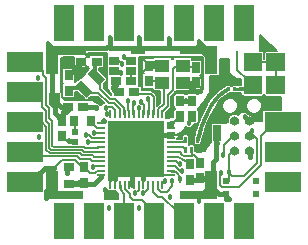
<source format=gtl>
G04 DipTrace 2.4.0.2*
%IN3dBBLE.gtl*%
%MOMM*%
%ADD10C,0.25*%
%ADD13C,0.203*%
%ADD14C,0.381*%
%ADD15C,0.457*%
%ADD16C,0.305*%
%ADD17C,0.334*%
%ADD18C,0.127*%
%ADD19C,0.152*%
%ADD20C,0.178*%
%ADD23R,0.7X0.9*%
%ADD24R,0.9X0.7*%
%ADD25R,0.3X0.25*%
%ADD27R,0.85X0.65*%
%ADD28R,0.9X0.75*%
%ADD29R,1.7X1.6*%
%ADD31R,1.7X2.032*%
%ADD33R,1.6X1.7*%
%ADD34R,2.0X1.7*%
%ADD35R,1.7X2.0*%
%ADD36R,2.032X1.7*%
%ADD37R,0.75X0.9*%
%ADD38R,0.62X0.49*%
%ADD39R,0.56X0.57*%
%ADD40R,3.13X0.75*%
%ADD41R,1.0X2.4*%
%ADD48R,4.7X4.7*%
%ADD49C,0.711*%
%ADD51O,0.75X0.2*%
%ADD52O,0.2X0.75*%
%ADD55R,1.2X1.1*%
%ADD56R,0.762X1.397*%
%ADD57R,1.143X0.762*%
%FSLAX53Y53*%
G04*
G71*
G90*
G75*
G01*
%LNTop*%
%LPD*%
X22895Y18795D2*
D13*
Y18395D1*
X14206Y17338D2*
D14*
X14609D1*
X14697Y17250D1*
X22649Y18597D2*
X22895D1*
Y18795D1*
D13*
X23013D1*
X23611Y19393D1*
X14697Y17250D2*
X14294D1*
X14206Y17338D1*
X14024D1*
X13624Y17738D1*
X18920Y19570D2*
X18858D1*
Y20142D1*
X18156Y20844D1*
X17707D1*
X16854Y21697D1*
Y22771D1*
X16516D1*
D16*
X16429D1*
Y23874D1*
X16572Y24017D1*
X14196Y21574D2*
Y21809D1*
X15554D1*
X15455Y21710D1*
D13*
Y21508D1*
X15618Y21671D1*
X15770D1*
Y21374D1*
X16704D1*
X17566Y20513D1*
X18012D1*
X18499Y20026D1*
Y19591D1*
X18520Y19570D1*
X27716Y21710D2*
D17*
G03X26320Y20402I1530J-3034D01*
G01*
X25896Y19574D1*
G03X25152Y17426I6653J-3507D01*
G01*
D10*
X25091Y17407D1*
X22895Y16795D2*
D13*
X23854D1*
X24091Y16557D1*
X22895Y17195D2*
X23879D1*
X24091Y17407D1*
X29770Y22040D2*
X29410D1*
Y22577D1*
X29252D1*
X28470Y23359D1*
Y24889D1*
X28266Y21710D2*
D10*
X28793Y21737D1*
X28542D1*
X28266Y21710D2*
X28705D1*
D17*
X29439D1*
X29770Y22040D1*
X20120Y19570D2*
D18*
Y20023D1*
X20119Y20024D1*
Y20064D1*
X19496Y24121D2*
X19208D1*
X18914Y24415D1*
X16945Y18395D2*
D13*
X16599D1*
X16332Y18662D1*
Y19027D1*
X16059D1*
X14659D2*
Y18838D1*
X14697Y18801D1*
Y18110D1*
X21320Y19570D2*
X21385D1*
Y21049D1*
X21142Y21291D1*
X19743D1*
Y21430D1*
X22895Y15995D2*
D19*
X23388D1*
G03X23902Y15736I648J646D01*
G01*
X24403Y15559D1*
X24467Y15335D1*
X19720Y19570D2*
D20*
X19644D1*
Y20012D1*
X19663Y19992D1*
Y20529D1*
X19762D1*
X18046Y24121D2*
D13*
X18454D1*
X18709Y23866D1*
X19720Y13620D2*
X19523D1*
X19320D1*
X19523D2*
D14*
Y16203D1*
X21824Y18505D1*
X20520Y13620D2*
D13*
Y14085D1*
D14*
Y18505D1*
X21824D1*
X17720Y13620D2*
D13*
Y14085D1*
D14*
Y14401D1*
X21824Y18505D1*
X18120Y14795D2*
X21824Y18505D1*
X22895Y17595D2*
D13*
Y17801D1*
Y17831D1*
Y17995D1*
Y17831D2*
D14*
X21150D1*
X21824Y18505D1*
X20956Y23680D2*
X22117D1*
X22134Y23662D1*
X24960Y22246D2*
X23835Y22262D1*
X29502Y19014D2*
X29430D1*
X29109Y19336D1*
X24591Y17407D2*
D10*
Y17796D1*
D14*
X24588Y17800D1*
X25091Y16557D2*
D10*
X25274D1*
D14*
X25352Y16635D1*
X25205Y25708D2*
Y25208D1*
X26244Y24168D1*
X10000Y13810D2*
X11270D1*
X15523Y15070D2*
Y14928D1*
D13*
X14746Y15705D1*
X13596D1*
X12957Y15065D1*
D14*
X12194D1*
X11270Y14141D1*
Y13810D1*
X17908Y21790D2*
X18120Y21579D1*
X18295D1*
X18443Y21430D1*
X16945Y14795D2*
D13*
X16600D1*
X16446Y14641D1*
X15968D1*
X15645Y14964D1*
Y15188D1*
X15526Y15070D1*
X15523D1*
X22895Y17801D2*
X23357D1*
X23506Y17950D1*
X24437D1*
X24588Y17800D1*
X26426Y15222D2*
D14*
Y13306D1*
X26929Y12803D1*
X27506D1*
X15386Y24820D2*
Y25148D1*
X17340D1*
X17665Y25474D1*
Y26046D1*
X20956Y23680D2*
X21115Y23839D1*
X21402D1*
X24960Y22246D2*
Y22108D1*
X24544Y21691D1*
X17856Y12733D2*
X17674D1*
X17250Y13156D1*
X18120Y13620D2*
D13*
Y14085D1*
D14*
Y14801D1*
X26426Y15222D2*
Y15523D1*
X26692Y15789D1*
Y17154D1*
Y17909D1*
X26745Y17962D1*
X17665Y26046D2*
Y25161D1*
X20160D1*
X20020Y25022D1*
X26717Y17154D2*
X26692D1*
X12281Y12524D2*
Y13065D1*
X12784Y13568D1*
X12463Y25513D2*
Y24489D1*
X12784Y24168D1*
X13850Y24993D2*
X15213D1*
X15386Y24820D1*
X25205Y25708D2*
Y25019D1*
X25178Y24993D1*
X13850Y12743D2*
X12500D1*
X12281Y12524D1*
X25178Y12743D2*
X25419D1*
X26244Y13568D1*
Y13306D1*
X26426D1*
X26244Y24168D2*
Y24375D1*
X25205Y25415D1*
Y25708D1*
X27330Y23846D2*
Y22745D1*
X26930Y22345D1*
X26745D1*
X26526Y22126D1*
X26244Y24168D2*
Y24323D1*
X25205Y25363D1*
Y25708D1*
X20020Y25022D2*
Y25264D1*
X20174Y25418D1*
Y26031D1*
X26244Y24168D2*
Y24668D1*
X25205Y25708D1*
X20174Y26031D2*
Y25154D1*
X22709D1*
Y25980D1*
Y25154D2*
X24999D1*
X25205Y25360D1*
X27778Y12398D2*
X27506D1*
Y12803D1*
Y12670D1*
X27778Y12398D1*
X24467Y14035D2*
X25213D1*
X25329Y14151D1*
X25662D1*
X26244Y13568D1*
X25178Y24993D2*
X25419D1*
X26244Y24168D1*
Y24058D1*
X26505Y23797D1*
X23611Y20693D2*
X24085D1*
X24644D1*
X24645Y20692D1*
X24117Y20717D2*
X24085Y20693D1*
X25234Y12216D2*
D13*
Y12688D1*
X25178Y12743D1*
X19541Y16208D2*
D14*
Y16216D1*
X19920Y16595D1*
X22895Y14395D2*
D13*
X22120D1*
X19920Y16595D1*
X12996Y20731D2*
D14*
X13533Y20194D1*
X14098D1*
Y19948D1*
X13624Y19474D1*
Y19038D1*
X12996Y20731D2*
Y19666D1*
X13624Y19038D1*
X18161Y22349D2*
Y22043D1*
X17908Y21790D1*
X14098Y20194D2*
Y20046D1*
X13730Y19677D1*
X15272Y24017D2*
Y23890D1*
X14771Y23390D1*
X14712D1*
X14196Y22874D1*
X15386Y24820D2*
X13156D1*
X12463Y25513D1*
X12784Y24168D2*
Y20942D1*
X12996Y20731D1*
X19496Y23271D2*
D13*
Y22385D1*
X19461Y22349D1*
X29770Y23980D2*
X31710D1*
Y22040D1*
X16945Y17595D2*
Y17538D1*
X16168D1*
X15887Y17819D1*
Y17828D1*
X15687D1*
X16350Y26510D2*
Y27780D1*
X16945Y17195D2*
D18*
X15792D1*
Y17236D1*
X13810Y26510D2*
Y27780D1*
X16945Y16795D2*
X16650D1*
X16687Y16757D1*
X15593D1*
X15555Y16795D1*
X12920D1*
X12794Y16921D1*
Y18964D1*
X12537Y19220D1*
Y20070D1*
X12264Y20344D1*
Y22661D1*
X12003Y22922D1*
Y23237D1*
X11270Y23970D1*
X10000D2*
X11270D1*
X16945Y16395D2*
X16566D1*
X16545Y16416D1*
X15462D1*
X15356Y16521D1*
X12735D1*
X12529Y16728D1*
Y18753D1*
X12270Y19011D1*
Y19864D1*
X11964Y20171D1*
Y21430D1*
X11270D1*
X10000D2*
X11270D1*
X16945Y15995D2*
X16301D1*
X16212Y16084D1*
X15311D1*
X15131Y16265D1*
X12578D1*
X12270Y16572D1*
Y18535D1*
X11915Y18890D1*
X11270D1*
X10000D2*
X11270D1*
X10000Y16350D2*
X11270D1*
X16945Y15595D2*
X16152D1*
X15994Y15753D1*
X15171D1*
X14922Y16001D1*
X10921D1*
X11270Y16350D1*
X16945Y15195D2*
D13*
X16244D1*
Y15119D1*
X16350Y10000D2*
Y11270D1*
X18520Y13620D2*
X18589D1*
Y13137D1*
X18912Y12814D1*
Y11292D1*
X18890Y11270D1*
X18920Y13620D2*
Y13280D1*
X19351Y12849D1*
Y12571D1*
X19612Y12310D1*
X20390D1*
X21430Y11270D1*
X20120Y13620D2*
Y13189D1*
X19820Y12890D1*
X20920Y13620D2*
Y13279D1*
X20529Y12888D1*
X20487D1*
X21320Y13620D2*
Y13032D1*
X21757Y12595D1*
X22104D1*
X23429Y11270D1*
X23970D1*
X32860Y13810D2*
X31590D1*
X22895Y14795D2*
D18*
X22977Y14712D1*
X23282Y14682D1*
G02X23550Y14168I-329J-498D01*
G01*
X23581Y13876D1*
Y14123D1*
X32860Y16350D2*
D13*
X31590D1*
X22895Y15195D2*
D19*
X23193D1*
D18*
X23594Y14794D1*
X23725D1*
D19*
X23772D1*
Y14795D1*
X27103Y14601D2*
D13*
X26986Y14484D1*
Y13591D1*
X27158Y13419D1*
X28587D1*
X30457Y15289D1*
Y17757D1*
X31590Y18890D1*
X32860D2*
X31590D1*
X22895Y15595D2*
D19*
X23312D1*
X23423Y15484D1*
X23498D1*
D13*
X23622Y15361D1*
X29050Y26510D2*
D18*
Y27780D1*
X20920Y19570D2*
X20986D1*
Y20034D1*
X21035Y20083D1*
Y20831D1*
X20921D1*
X26510Y26510D2*
Y27780D1*
X20520Y19570D2*
X20599D1*
Y20340D1*
X20440Y20499D1*
Y20532D1*
X20338Y20634D1*
X18120Y19570D2*
D13*
X18094D1*
Y19955D1*
X17872Y20177D1*
X17361D1*
X17312Y20127D1*
X23970Y26510D2*
Y27780D1*
X17720Y19570D2*
D18*
X17460Y19558D1*
X21430Y26510D2*
Y27780D1*
X18890Y26510D2*
Y27780D1*
X16945Y17995D2*
X16353Y18004D1*
X19320Y19570D2*
Y19885D1*
X19240Y19965D1*
Y20685D1*
X19190Y20736D1*
X18046Y23271D2*
X18452D1*
X18629Y23094D1*
X22120Y13620D2*
D13*
Y13645D1*
X22375Y13900D1*
X28232Y17744D2*
X28107D1*
X27322Y16959D1*
Y16109D1*
X27252D1*
X24362Y18820D2*
Y19110D1*
X24645Y19392D1*
X21720Y13620D2*
Y13274D1*
X21978Y13015D1*
X22499D1*
X22982Y13499D1*
Y13933D1*
X28232Y16474D2*
X28105D1*
X27773Y16142D1*
Y14726D1*
X27728Y14680D1*
X29502Y17744D2*
Y17966D1*
X29704Y18168D1*
X27728Y14680D2*
X28058Y14350D1*
X29034D1*
X30124Y15441D1*
Y17476D1*
X29704Y17896D1*
Y18168D1*
X27506Y13963D2*
X27728D1*
Y14680D1*
X14197Y15095D2*
D14*
X14069Y14967D1*
Y14590D1*
X29502Y16474D2*
Y16053D1*
X29569Y15986D1*
X17199Y19024D2*
X17137D1*
D13*
X16945Y18832D1*
Y18795D1*
X15024Y13793D2*
D14*
X15047Y13770D1*
X15523D1*
X16945Y14395D2*
D13*
Y14265D1*
D14*
X16354Y13674D1*
X14218D1*
D13*
X14197Y13695D1*
X15024Y13793D2*
D14*
X14705D1*
X14634Y13722D1*
X14223D1*
X14197Y13695D1*
X15398Y20194D2*
X16464D1*
X16543Y20114D1*
X22895Y16395D2*
D13*
X23669D1*
G03X23994Y16042I306J-45D01*
G01*
X24587Y16064D1*
X24613D1*
X24591Y16557D1*
X24587Y16064D2*
Y16110D1*
X24816D1*
X25227Y15698D1*
Y15451D1*
X25329D1*
X24960Y23546D2*
X23951D1*
X23835Y23662D1*
X22120Y19570D2*
Y19789D1*
X22579Y20248D1*
Y21221D1*
X22989Y21631D1*
Y23411D1*
X23240Y23662D1*
X23835D1*
X20956Y22380D2*
X22017D1*
X22134Y22262D1*
X21720Y19570D2*
X21788D1*
Y19981D1*
X22230Y20422D1*
Y22262D1*
X22134D1*
D15*
X18629Y23094D3*
X18709Y23866D3*
X18914Y24415D3*
X20174Y26031D3*
X23622Y15361D3*
X23772Y14795D3*
X23581Y14123D3*
X22375Y13900D3*
X22982Y13933D3*
X20487Y12888D3*
X12281Y12524D3*
X26426Y15222D3*
X25205Y25708D3*
X16244Y15119D3*
X14069Y14590D3*
X17199Y19024D3*
X15687Y17828D3*
X15792Y17236D3*
X14206Y17338D3*
X22649Y18597D3*
X24362Y18820D3*
X27252Y16109D3*
X27728Y14680D3*
X29704Y18168D3*
X27103Y14601D3*
X29569Y15986D3*
X29109Y19336D3*
X15024Y13793D3*
X19190Y20736D3*
X19762Y20529D3*
X25352Y16635D3*
X20921Y20831D3*
X20338Y20634D3*
X20119Y20064D3*
X24588Y17800D3*
X27330Y23846D3*
X22709Y25980D3*
X17908Y21790D3*
X27203Y19017D3*
X19820Y12890D3*
X26792Y19558D3*
X30687Y20696D3*
X26526Y22126D3*
X25412Y19889D3*
X31962Y20398D3*
X28454Y21151D3*
X28763Y20178D3*
X31027Y25464D3*
X17250Y13156D3*
X12463Y25513D3*
X15386Y24820D3*
X17665Y26046D3*
X22760Y12595D3*
X24544Y21691D3*
X21402Y23839D3*
X26717Y17154D3*
X27778Y12398D3*
X27612Y22511D3*
X26505Y23797D3*
X24117Y20717D3*
X11636Y22638D3*
X11679Y17664D3*
X17638Y11674D3*
X20144D3*
X25234Y12216D3*
X16353Y18004D3*
X17460Y19558D3*
X17312Y20127D3*
X16543Y20114D3*
X13730Y19677D3*
X14771Y23390D3*
X30423Y26161D2*
D18*
X30562D1*
X30423Y26037D2*
X30687D1*
X30423Y25913D2*
X30814D1*
X30423Y25790D2*
X30941D1*
X30423Y25666D2*
X31066D1*
X30423Y25542D2*
X31193D1*
X30423Y25419D2*
X31320D1*
X30423Y25295D2*
X31445D1*
X30423Y25171D2*
X31572D1*
X30423Y25048D2*
X31699D1*
X30641Y24924D2*
X30838D1*
X27020Y24182D2*
X27788D1*
X27020Y24058D2*
X27788D1*
X27020Y23935D2*
X27788D1*
X27018Y23811D2*
X27788D1*
X27018Y23687D2*
X27788D1*
X27018Y23564D2*
X27788D1*
X27016Y23440D2*
X27788D1*
X27016Y23316D2*
X27788D1*
X27016Y23193D2*
X27788D1*
X27014Y23069D2*
X27800D1*
X27014Y22945D2*
X27907D1*
X26982Y22822D2*
X28046D1*
X26149Y22698D2*
X28183D1*
X26149Y22574D2*
X28324D1*
X26149Y22451D2*
X28792D1*
X26149Y22327D2*
X28792D1*
X26149Y22203D2*
X28792D1*
X26149Y22080D2*
X28792D1*
X26149Y21956D2*
X27405D1*
X26149Y21832D2*
X27193D1*
X26149Y21709D2*
X27020D1*
X26149Y21585D2*
X26854D1*
X26145Y21461D2*
X26715D1*
X26079Y21338D2*
X26584D1*
X27810D2*
X28792D1*
X26012Y21214D2*
X26463D1*
X27595D2*
X28800D1*
X25946Y21090D2*
X26359D1*
X27429D2*
X28911D1*
X30627D2*
X30852D1*
X25879Y20967D2*
X26254D1*
X27272D2*
X32140D1*
X25811Y20843D2*
X26167D1*
X27141D2*
X27469D1*
X28232D2*
X29501D1*
X30264D2*
X32140D1*
X25712Y20719D2*
X26084D1*
X27020D2*
X27328D1*
X28373D2*
X29360D1*
X30405D2*
X32140D1*
X25613Y20596D2*
X26000D1*
X26915D2*
X27244D1*
X28457D2*
X29276D1*
X30489D2*
X32140D1*
X25514Y20472D2*
X25937D1*
X26815D2*
X27195D1*
X28506D2*
X29227D1*
X30538D2*
X32140D1*
X25415Y20348D2*
X25873D1*
X26732D2*
X27171D1*
X28530D2*
X29203D1*
X30562D2*
X32140D1*
X25317Y20225D2*
X25810D1*
X26651D2*
X27171D1*
X28532D2*
X29203D1*
X30564D2*
X32140D1*
X25218Y20101D2*
X25746D1*
X26585D2*
X27193D1*
X28508D2*
X29225D1*
X30540D2*
X32140D1*
X25149Y19977D2*
X25683D1*
X26522D2*
X27243D1*
X28461D2*
X29275D1*
X30493D2*
X32140D1*
X25202Y19854D2*
X25619D1*
X26458D2*
X27324D1*
X28377D2*
X29356D1*
X30409D2*
X30582D1*
X25202Y19730D2*
X25556D1*
X26395D2*
X27461D1*
X28240D2*
X28772D1*
X29213D2*
X29493D1*
X30272D2*
X30582D1*
X25202Y19606D2*
X25494D1*
X26331D2*
X28594D1*
X29397D2*
X30582D1*
X25202Y19483D2*
X25435D1*
X26268D2*
X27866D1*
X29584D2*
X30582D1*
X25202Y19359D2*
X25375D1*
X26206D2*
X27745D1*
X29768D2*
X30582D1*
X25202Y19235D2*
X25320D1*
X26145D2*
X27675D1*
X29832D2*
X30582D1*
X25202Y19112D2*
X25268D1*
X26085D2*
X27639D1*
X29877D2*
X30582D1*
X26028Y18988D2*
X27631D1*
X29923D2*
X30582D1*
X25976Y18864D2*
X27524D1*
X24791Y18741D2*
X25123D1*
X25924D2*
X26189D1*
X24748Y18617D2*
X25080D1*
X25873D2*
X26189D1*
X24645Y18493D2*
X25038D1*
X25829D2*
X26189D1*
X24006Y18370D2*
X24998D1*
X25788D2*
X26189D1*
X23914Y18246D2*
X24962D1*
X25744D2*
X26189D1*
X23825Y18122D2*
X24929D1*
X25706D2*
X26189D1*
X23734Y17999D2*
X24895D1*
X25672D2*
X26189D1*
X23644Y17875D2*
X23923D1*
X24262D2*
X24865D1*
X25637D2*
X26189D1*
X23553Y17751D2*
X23772D1*
X24412D2*
X24772D1*
X25605D2*
X26189D1*
X23464Y17628D2*
X23758D1*
X24424D2*
X24758D1*
X25579D2*
X26189D1*
X23373Y17504D2*
X23756D1*
X24424D2*
X24758D1*
X25551D2*
X26189D1*
X24424Y17380D2*
X24758D1*
X25526D2*
X26189D1*
X24424Y17257D2*
X24758D1*
X25484D2*
X26189D1*
X24424Y17133D2*
X24758D1*
X25424D2*
X26125D1*
X25381Y17009D2*
X26040D1*
X24916Y16886D2*
X25955D1*
X24924Y16762D2*
X25869D1*
X24924Y16638D2*
X25784D1*
X24924Y16515D2*
X25699D1*
X30476Y21075D2*
X29000D1*
X28937Y21085D1*
X28881Y21114D1*
X28838Y21160D1*
X28811Y21218D1*
X28804Y21270D1*
Y21347D1*
X28705D1*
X28641Y21352D1*
X28580Y21369D1*
X28535Y21390D1*
X28488Y21389D1*
X28444Y21371D1*
X28391Y21364D1*
X28141D1*
X28079Y21374D1*
X28014Y21412D1*
X27991Y21433D1*
X27943Y21392D1*
X27880Y21368D1*
X27843Y21364D1*
X27577Y21210D1*
X27299Y21003D1*
X27046Y20766D1*
X26823Y20502D1*
X26630Y20214D1*
X26193Y19358D1*
X26006Y18966D1*
X25842Y18564D1*
X25703Y18153D1*
X25589Y17734D1*
X25506Y17350D1*
X25487Y17289D1*
X25458Y17233D1*
X25413Y17175D1*
X25412Y17132D1*
X25402Y17070D1*
X25372Y17014D1*
X25326Y16970D1*
X25269Y16944D1*
X25216Y16937D1*
X24966D1*
X24904Y16947D1*
X24848Y16976D1*
X24805Y17022D1*
X24778Y17080D1*
X24771Y17132D1*
Y17682D1*
X24781Y17745D1*
X24811Y17800D1*
X24867Y17850D1*
X24877Y17875D1*
X24915Y18031D1*
X25028Y18430D1*
X25180Y18867D1*
X25176Y18870D1*
X25144Y18816D1*
X25096Y18775D1*
X25037Y18751D1*
X24931Y18747D1*
X24778D1*
X24768Y18695D1*
X24744Y18636D1*
X24713Y18581D1*
X24673Y18531D1*
X24627Y18488D1*
X24574Y18452D1*
X24517Y18425D1*
X24456Y18406D1*
X24394Y18397D1*
X24330D1*
X24267Y18406D1*
X24207Y18425D1*
X24150Y18453D1*
X24087Y18498D1*
X23352Y17492D1*
X23758D1*
X23771Y17507D1*
Y17682D1*
X23781Y17745D1*
X23811Y17800D1*
X23857Y17844D1*
X23914Y17871D1*
X23966Y17878D1*
X24216D1*
X24279Y17868D1*
X24335Y17838D1*
X24378Y17792D1*
X24405Y17735D1*
X24412Y17682D1*
Y17132D1*
X24402Y17070D1*
X24364Y17005D1*
X24365Y17000D1*
X24424Y17023D1*
X24530Y17028D1*
X24716D1*
X24779Y17018D1*
X24835Y16988D1*
X24878Y16942D1*
X24905Y16885D1*
X24912Y16832D1*
Y16485D1*
X25482Y16491D1*
X25699Y16493D1*
X25931Y16832D1*
X26203Y17227D1*
X26202Y18759D1*
X26233Y18813D1*
X26266Y18823D1*
X27477D1*
X27648Y18942D1*
X27643Y19031D1*
X27655Y19133D1*
X27685Y19231D1*
X27731Y19323D1*
X27792Y19405D1*
X27867Y19475D1*
X27952Y19532D1*
X28047Y19572D1*
X28147Y19596D1*
X28249Y19602D1*
X28351Y19590D1*
X28449Y19561D1*
X28504Y19535D1*
X28796Y19737D1*
X28830Y19748D1*
X29146Y19753D1*
X29181Y19743D1*
X29765Y19353D1*
X29788Y19323D1*
X29913Y18982D1*
X30249Y18985D1*
X30594Y18987D1*
Y19936D1*
X32152D1*
Y21074D1*
X30940Y21075D1*
X30877Y21085D1*
X30821Y21114D1*
X30778Y21160D1*
X30751Y21218D1*
X30745Y21282D1*
X30735Y21286D1*
X30725Y21208D1*
X30696Y21152D1*
X30650Y21108D1*
X30592Y21082D1*
X30540Y21075D1*
X30476D1*
X30744Y24276D2*
Y24750D1*
X30754Y24813D1*
X30784Y24868D1*
X30830Y24912D1*
X30887Y24939D1*
X30940Y24946D1*
X31815D1*
X30412Y26320D1*
Y24945D1*
X30540Y24946D1*
X30602Y24936D1*
X30658Y24906D1*
X30702Y24860D1*
X30728Y24803D1*
X30735Y24750D1*
Y24338D1*
X30745Y24362D1*
X28518Y20220D2*
X28495Y20096D1*
X28448Y19978D1*
X28379Y19871D1*
X28292Y19779D1*
X28189Y19705D1*
X28074Y19651D1*
X27951Y19621D1*
X27825Y19614D1*
X27699Y19630D1*
X27579Y19671D1*
X27468Y19733D1*
X27371Y19815D1*
X27292Y19913D1*
X27232Y20025D1*
X27194Y20146D1*
X27180Y20272D1*
X27190Y20399D1*
X27224Y20521D1*
X27280Y20635D1*
X27356Y20736D1*
X27450Y20821D1*
X27559Y20887D1*
X27677Y20931D1*
X27802Y20952D1*
X27929Y20950D1*
X28053Y20923D1*
X28170Y20873D1*
X28275Y20803D1*
X28365Y20714D1*
X28437Y20609D1*
X28488Y20493D1*
X28516Y20369D1*
X28521Y20284D1*
X28518Y20220D1*
X30550D2*
X30527Y20096D1*
X30480Y19978D1*
X30411Y19871D1*
X30324Y19779D1*
X30221Y19705D1*
X30106Y19651D1*
X29983Y19621D1*
X29857Y19614D1*
X29731Y19630D1*
X29611Y19671D1*
X29500Y19733D1*
X29403Y19815D1*
X29324Y19913D1*
X29264Y20025D1*
X29226Y20146D1*
X29212Y20272D1*
X29222Y20399D1*
X29256Y20521D1*
X29312Y20635D1*
X29388Y20736D1*
X29482Y20821D1*
X29591Y20887D1*
X29709Y20931D1*
X29834Y20952D1*
X29961Y20950D1*
X30085Y20923D1*
X30202Y20873D1*
X30307Y20803D1*
X30397Y20714D1*
X30469Y20609D1*
X30520Y20493D1*
X30548Y20369D1*
X30553Y20284D1*
X30550Y20220D1*
X25209Y18941D2*
X25369Y19324D1*
X25631Y19853D1*
X26018Y20603D1*
X26259Y20959D1*
X26539Y21284D1*
X26853Y21576D1*
X27199Y21829D1*
X27424Y21959D1*
X27436Y21978D1*
X27481Y22021D1*
X27539Y22048D1*
X27591Y22055D1*
X27609D1*
X27654Y22067D1*
X27717Y22072D1*
X27780Y22067D1*
X27824Y22055D1*
X27904Y22045D1*
X27969Y22007D1*
X27992Y21986D1*
X28040Y22027D1*
X28099Y22050D1*
X28195Y22055D1*
X28154Y22054D1*
X28196Y22058D1*
X28603D1*
X28645Y22067D1*
X28768Y22072D1*
X28804Y22070D1*
X28802Y22536D1*
X28452D1*
X28389Y22546D1*
X28321Y22586D1*
X27865Y22994D1*
X27825Y23043D1*
X27805Y23097D1*
X27800Y23203D1*
X27801Y24278D1*
X27008Y24277D1*
X27001Y22876D1*
X26970Y22823D1*
X26939Y22813D1*
X26137Y22802D1*
X26136Y21483D1*
X26130Y21455D1*
X25800Y20844D1*
X25121Y19992D1*
X25162Y19944D1*
X25185Y19885D1*
X25190Y19779D1*
Y18942D1*
X25180Y18880D1*
X25150Y18824D1*
X25105Y18781D1*
X25047Y18754D1*
X24982Y18747D1*
X20129Y24338D2*
X21326D1*
X22942D2*
X23026D1*
X24643D2*
X25536D1*
X20129Y24214D2*
X20399D1*
X22942D2*
X23026D1*
X24643D2*
X25536D1*
X20129Y24090D2*
X20399D1*
X20129Y23967D2*
X20399D1*
X20129Y23843D2*
X20399D1*
X20129Y23719D2*
X20399D1*
X20129Y23596D2*
X20399D1*
X20129Y23472D2*
X20399D1*
X20129Y23348D2*
X20399D1*
X20129Y23225D2*
X20399D1*
X20129Y23101D2*
X20399D1*
X20129Y22977D2*
X20399D1*
X20129Y22854D2*
X20399D1*
X25437D2*
X25535D1*
X20119Y22730D2*
X20399D1*
X20119Y22606D2*
X20399D1*
X20119Y22483D2*
X20399D1*
X20119Y22359D2*
X20399D1*
X20119Y22235D2*
X20399D1*
X20119Y22112D2*
X20399D1*
X20119Y21988D2*
X20399D1*
X20400Y21617D2*
X21326D1*
X25401D2*
X25517D1*
X21373Y21493D2*
X21921D1*
X23264D2*
X25465D1*
X21496Y21370D2*
X21921D1*
X23161D2*
X25413D1*
X21619Y21246D2*
X21921D1*
X21684Y21122D2*
X21921D1*
X22927D2*
X23054D1*
X21694Y20999D2*
X21921D1*
X22889D2*
X23054D1*
X21694Y20875D2*
X21921D1*
X22889D2*
X23054D1*
X21694Y20751D2*
X21921D1*
X22889D2*
X23054D1*
X21694Y20628D2*
X21921D1*
X22889D2*
X23054D1*
X21694Y20504D2*
X21879D1*
X22889D2*
X23054D1*
X22889Y20380D2*
X23054D1*
X22889Y20257D2*
X23054D1*
X22865Y20133D2*
X23088D1*
X22774Y20009D2*
X23145D1*
X22651Y19886D2*
X23058D1*
X22526Y19762D2*
X23054D1*
X22431Y19638D2*
X23054D1*
X22429Y19515D2*
X23038D1*
X22429Y19391D2*
X23006D1*
X24628Y24191D2*
X25310D1*
X25372Y24181D1*
X25428Y24151D1*
X25472Y24105D1*
X25498Y24048D1*
X25506Y23996D1*
Y23096D1*
X25495Y23033D1*
X25466Y22977D1*
X25420Y22934D1*
X25363Y22907D1*
X25298Y22901D1*
X25296Y22891D1*
X25348Y22887D1*
X25396Y22871D1*
X25438Y22843D1*
X25472Y22805D1*
X25495Y22760D1*
X25505Y22711D1*
Y21783D1*
X25495Y21733D1*
X25473Y21688D1*
X25440Y21649D1*
X25398Y21621D1*
X25350Y21604D1*
X25297Y21600D1*
X24630Y21598D1*
Y21516D1*
X23263D1*
X23228Y21455D1*
X23154Y21376D1*
X22928Y21151D1*
X22876Y21048D1*
Y20248D1*
X22869Y20184D1*
X22850Y20124D1*
X22818Y20071D1*
X22744Y19992D1*
X22417Y19662D1*
X22416Y19400D1*
X22414Y19295D1*
X22415Y19293D1*
X22998Y19312D1*
X23065Y19578D1*
Y19843D1*
X23076Y19905D1*
X23105Y19961D1*
X23162Y20011D1*
X23189Y20061D1*
X23135Y20094D1*
X23094Y20142D1*
X23070Y20200D1*
X23065Y20307D1*
Y21143D1*
X23076Y21205D1*
X23105Y21261D1*
X23151Y21305D1*
X23209Y21331D1*
X23261Y21339D1*
X23961D1*
X24035Y21324D1*
X24121Y21301D1*
X24185Y21304D1*
X24242Y21331D1*
X24295Y21338D1*
X24995D1*
X25068Y21323D1*
X25411Y21333D1*
X25563Y21695D1*
Y22771D1*
X25549Y22773D1*
Y24386D1*
X25498Y24423D1*
X23418D1*
Y24448D1*
X23085D1*
X20787Y24455D1*
Y24445D1*
X20114D1*
X20117Y24133D1*
X20115Y23600D1*
X20117Y23474D1*
Y22750D1*
X20107D1*
X20106Y21976D1*
X20389D1*
Y21589D1*
X21142Y21588D1*
X21205Y21582D1*
X21266Y21562D1*
X21319Y21530D1*
X21397Y21457D1*
X21595Y21259D1*
X21635Y21210D1*
X21663Y21153D1*
X21679Y21093D1*
X21682Y20985D1*
Y20293D1*
X21933Y20546D1*
X21932Y21516D1*
X21339D1*
Y21736D1*
X21185Y21734D1*
X20411D1*
Y23025D1*
X20580D1*
X20575Y23034D1*
X20411D1*
Y24325D1*
X21339D1*
Y24407D1*
X22930D1*
Y24211D1*
X23038Y24213D1*
X23039Y24407D1*
X24630D1*
Y24191D1*
X24960Y22246D2*
X25463Y21674D1*
Y22817D2*
X24960Y22246D1*
X20411Y24325D2*
X20956Y23680D1*
X20411Y23035D1*
X15742Y24600D2*
X17413D1*
X17230Y24476D2*
X17413D1*
X13648Y24352D2*
X14613D1*
X17230D2*
X17413D1*
X13531Y24229D2*
X14613D1*
X17230D2*
X17413D1*
X13531Y24105D2*
X14613D1*
X17230D2*
X17413D1*
X13531Y23981D2*
X14613D1*
X17230D2*
X17413D1*
X13529Y23858D2*
X14613D1*
X17230D2*
X17413D1*
X13529Y23734D2*
X14613D1*
X17230D2*
X17413D1*
X13529Y23610D2*
X14613D1*
X17230D2*
X17413D1*
X13529Y23487D2*
X13638D1*
X17230D2*
X17413D1*
X13529Y23363D2*
X13638D1*
X14753D2*
X15829D1*
X16789D2*
X17413D1*
X13527Y23239D2*
X13638D1*
X14753D2*
X15706D1*
X16831D2*
X17413D1*
X13527Y23116D2*
X13638D1*
X14753D2*
X15591D1*
X16954D2*
X17413D1*
X13527Y22992D2*
X13638D1*
X14753D2*
X15551D1*
X17079D2*
X17413D1*
X13527Y22868D2*
X13638D1*
X14753D2*
X15424D1*
X17202D2*
X17413D1*
X13527Y22745D2*
X13638D1*
X14753D2*
X15299D1*
X17325D2*
X17447D1*
X13525Y22621D2*
X13638D1*
X14753D2*
X15097D1*
X13525Y22497D2*
X13638D1*
X14753D2*
X14964D1*
X13525Y22374D2*
X13638D1*
X14753D2*
X14839D1*
X13525Y22250D2*
X13638D1*
X17273D2*
X17447D1*
X13523Y22126D2*
X13638D1*
X17164D2*
X17447D1*
X13523Y22003D2*
X13638D1*
X17164D2*
X17448D1*
X13523Y21879D2*
X13638D1*
X17164D2*
X17450D1*
X13523Y21755D2*
X13638D1*
X17228D2*
X17454D1*
X13523Y21632D2*
X13638D1*
X17353D2*
X17472D1*
X13523Y21508D2*
X13638D1*
X17476D2*
X17570D1*
X14753Y21384D2*
X14998D1*
X17599D2*
X17668D1*
X14753Y21261D2*
X15121D1*
X14753Y21137D2*
X15244D1*
X14753Y21013D2*
X15367D1*
X16037D2*
X16633D1*
X13783Y20890D2*
X15492D1*
X15914D2*
X16756D1*
X13916Y20766D2*
X16881D1*
X16440Y20642D2*
X17004D1*
X16684Y20519D2*
X17127D1*
X16873Y20395D2*
X16970D1*
X15989Y24562D2*
X17217D1*
Y23471D1*
X16775D1*
X16777Y23280D1*
X17396Y22661D1*
X17433Y22610D1*
X17452Y22550D1*
X17450Y22486D1*
X17429Y22427D1*
X17396Y22385D1*
X17152Y22136D1*
X17154Y21817D1*
X17776Y21196D1*
X17751Y21298D1*
X17483Y21635D1*
X17469Y21671D1*
X17459Y22062D1*
Y22751D1*
X17426Y22750D1*
X17428Y23791D1*
X17426Y23918D1*
Y24641D1*
X17459D1*
Y24723D1*
X15867D1*
X15693Y24562D1*
X15917D1*
Y24393D1*
X15926Y24423D1*
Y24562D1*
X15989D1*
X15949Y23471D2*
X15926D1*
Y23477D1*
X15917Y23471D1*
X14741Y23469D1*
Y22263D1*
X15069Y22591D1*
X15121Y22628D1*
X15193Y22647D1*
X15214Y22649D1*
X15578Y23006D1*
X15581Y23055D1*
X15603Y23114D1*
X15635Y23156D1*
X15951Y23472D1*
X14626Y23519D2*
Y24438D1*
X13716Y24430D1*
X13518Y24239D1*
X13509Y21502D1*
X13567Y21495D1*
X13616Y21457D1*
X13622Y21432D1*
Y21028D1*
X13650Y21002D1*
Y22220D1*
X13712D1*
X13700Y22228D1*
X13650D1*
Y23520D1*
X14626D1*
X14741Y21460D2*
Y20928D1*
X13727D1*
X13914Y20756D1*
X16235Y20755D1*
X16267Y20746D1*
X16536Y20573D1*
X16628Y20543D1*
X16756Y20481D1*
X16808Y20445D1*
X16855Y20402D1*
X16903Y20336D1*
X16933Y20317D1*
X16962Y20367D1*
X17002Y20417D1*
X17048Y20460D1*
X17101Y20495D1*
X17142Y20515D1*
X16638Y21021D1*
X16577Y21077D1*
X16087D1*
X15841Y20829D1*
X15789Y20792D1*
X15729Y20774D1*
X15666Y20775D1*
X15606Y20797D1*
X15564Y20829D1*
X14931Y21462D1*
X14742Y21461D1*
X15272Y24017D2*
X15917Y23471D1*
Y24562D2*
X14626Y23471D1*
G36*
X30540Y21270D2*
X29000D1*
Y22810D1*
X30540D1*
Y21270D1*
G37*
G36*
X32480D2*
X30940D1*
Y22810D1*
X32480D1*
Y21270D1*
G37*
G36*
Y23210D2*
X30940D1*
Y24750D1*
X32480D1*
Y23210D1*
G37*
G36*
X30540D2*
X29000D1*
Y24750D1*
X30540D1*
Y23210D1*
G37*
G36*
X25216Y17132D2*
X24966D1*
Y17682D1*
X25216D1*
Y17132D1*
G37*
G36*
X24716D2*
X24466D1*
Y17682D1*
X24716D1*
Y17132D1*
G37*
G36*
X24216D2*
X23966D1*
Y17682D1*
X24216D1*
Y17132D1*
G37*
G36*
Y16282D2*
X23966D1*
Y16832D1*
X24216D1*
Y16282D1*
G37*
G36*
X24716D2*
X24466D1*
Y16832D1*
X24716D1*
Y16282D1*
G37*
G36*
X25216D2*
X24966D1*
Y16832D1*
X25216D1*
Y16282D1*
G37*
G36*
X24610Y23996D2*
X25310D1*
Y23096D1*
X24610D1*
Y23996D1*
G37*
G36*
Y22696D2*
X25310D1*
Y21796D1*
X24610D1*
Y22696D1*
G37*
D23*
X20956Y22380D3*
Y23680D3*
X25329Y15451D3*
Y14151D3*
D24*
X16572Y24017D3*
X15272D3*
D23*
X14196Y21574D3*
Y22874D3*
D25*
X28542Y21737D3*
Y22287D3*
D24*
X15398Y20194D3*
X14098D3*
X19743Y21430D3*
X18443D3*
G36*
X23261Y19843D2*
X23961D1*
Y18943D1*
X23261D1*
Y19843D1*
G37*
G36*
Y21143D2*
X23961D1*
Y20243D1*
X23261D1*
Y21143D1*
G37*
D23*
X24467Y15335D3*
Y14035D3*
X15523Y13770D3*
Y15070D3*
X13624Y17738D3*
Y19038D3*
G36*
X27841Y21860D2*
Y21560D1*
X27591D1*
Y21860D1*
X27841D1*
G37*
G36*
X28391D2*
Y21560D1*
X28141D1*
Y21860D1*
X28391D1*
G37*
D27*
X19496Y23271D3*
Y24121D3*
X18046D3*
Y23271D3*
D28*
X14197Y13695D3*
Y15095D3*
D29*
X29050Y26510D3*
X26510D3*
X23970D3*
X21430D3*
X18890D3*
D31*
X29050Y27780D3*
X26510D3*
X23970D3*
X21430D3*
X18890D3*
D33*
X11270Y16350D3*
D34*
X10000D3*
D29*
X16350Y11270D3*
D35*
Y10000D3*
D29*
Y26510D3*
D35*
Y27780D3*
D29*
X13810Y26510D3*
D35*
Y27780D3*
D33*
X11270Y23970D3*
D34*
X10000D3*
D33*
X11270Y21430D3*
D34*
X10000D3*
D33*
X11270Y18890D3*
D34*
X10000D3*
D33*
X31590Y13810D3*
Y16350D3*
Y18890D3*
D36*
X32860Y13810D3*
Y16350D3*
Y18890D3*
D29*
X18890Y11270D3*
D35*
Y10000D3*
D33*
X11270Y13810D3*
D34*
X10000D3*
D29*
X13810Y11270D3*
D35*
Y10000D3*
D29*
X21430Y11270D3*
D35*
Y10000D3*
D29*
X29050Y11270D3*
D35*
Y10000D3*
D29*
X26510Y11270D3*
D35*
Y10000D3*
D29*
X23970Y11270D3*
D35*
Y10000D3*
D37*
X16059Y19027D3*
X14659D3*
D38*
X14697Y18110D3*
Y17250D3*
G36*
X24995Y20242D2*
X24295D1*
Y21142D1*
X24995D1*
Y20242D1*
G37*
G36*
Y18942D2*
X24295D1*
Y19842D1*
X24995D1*
Y18942D1*
G37*
D24*
X18161Y22349D3*
X19461D3*
D39*
X27506Y13963D3*
Y12803D3*
X30056D3*
Y13963D3*
D40*
X25178Y12743D3*
D41*
X26244Y13568D3*
D40*
X13850Y12743D3*
D41*
X12784Y13568D3*
D40*
X13850Y24993D3*
D41*
X12784Y24168D3*
D40*
X25178Y24993D3*
D41*
X26244Y24168D3*
G36*
X28232Y16867D2*
X28164Y16861D1*
X28097Y16844D1*
X28035Y16815D1*
X27979Y16775D1*
X27930Y16727D1*
X27891Y16670D1*
X27862Y16608D1*
X27844Y16542D1*
X27838Y16474D1*
D1*
X27844Y16405D1*
X27862Y16339D1*
X27891Y16277D1*
X27930Y16221D1*
X27979Y16172D1*
X28035Y16133D1*
X28097Y16104D1*
X28164Y16086D1*
X28232Y16080D1*
D1*
X28300Y16086D1*
X28367Y16104D1*
X28429Y16133D1*
X28485Y16172D1*
X28533Y16221D1*
X28573Y16277D1*
X28602Y16339D1*
X28620Y16405D1*
X28626Y16474D1*
D1*
X28620Y16542D1*
X28602Y16608D1*
X28573Y16670D1*
X28533Y16727D1*
X28485Y16775D1*
X28429Y16815D1*
X28367Y16844D1*
X28300Y16861D1*
X28232Y16867D1*
G37*
G36*
Y18137D2*
X28164Y18131D1*
X28097Y18114D1*
X28035Y18085D1*
X27979Y18045D1*
X27930Y17997D1*
X27891Y17940D1*
X27862Y17878D1*
X27844Y17812D1*
X27838Y17744D1*
D1*
X27844Y17675D1*
X27862Y17609D1*
X27891Y17547D1*
X27930Y17491D1*
X27979Y17442D1*
X28035Y17403D1*
X28097Y17374D1*
X28164Y17356D1*
X28232Y17350D1*
D1*
X28300Y17356D1*
X28367Y17374D1*
X28429Y17403D1*
X28485Y17442D1*
X28533Y17491D1*
X28573Y17547D1*
X28602Y17609D1*
X28620Y17675D1*
X28626Y17744D1*
D1*
X28620Y17812D1*
X28602Y17878D1*
X28573Y17940D1*
X28533Y17997D1*
X28485Y18045D1*
X28429Y18085D1*
X28367Y18114D1*
X28300Y18131D1*
X28232Y18137D1*
G37*
G36*
Y19407D2*
X28164Y19401D1*
X28097Y19384D1*
X28035Y19355D1*
X27979Y19315D1*
X27930Y19267D1*
X27891Y19210D1*
X27862Y19148D1*
X27844Y19082D1*
X27838Y19014D1*
D1*
X27844Y18945D1*
X27862Y18879D1*
X27891Y18817D1*
X27930Y18761D1*
X27979Y18712D1*
X28035Y18673D1*
X28097Y18644D1*
X28164Y18626D1*
X28232Y18620D1*
D1*
X28300Y18626D1*
X28367Y18644D1*
X28429Y18673D1*
X28485Y18712D1*
X28533Y18761D1*
X28573Y18817D1*
X28602Y18879D1*
X28620Y18945D1*
X28626Y19014D1*
D1*
X28620Y19082D1*
X28602Y19148D1*
X28573Y19210D1*
X28533Y19267D1*
X28485Y19315D1*
X28429Y19355D1*
X28367Y19384D1*
X28300Y19401D1*
X28232Y19407D1*
G37*
G36*
X29502D2*
X29434Y19401D1*
X29367Y19384D1*
X29305Y19355D1*
X29249Y19315D1*
X29200Y19267D1*
X29161Y19210D1*
X29132Y19148D1*
X29114Y19082D1*
X29108Y19014D1*
D1*
X29114Y18945D1*
X29132Y18879D1*
X29161Y18817D1*
X29200Y18761D1*
X29249Y18712D1*
X29305Y18673D1*
X29367Y18644D1*
X29434Y18626D1*
X29502Y18620D1*
D1*
X29570Y18626D1*
X29637Y18644D1*
X29699Y18673D1*
X29755Y18712D1*
X29803Y18761D1*
X29843Y18817D1*
X29872Y18879D1*
X29890Y18945D1*
X29896Y19014D1*
D1*
X29890Y19082D1*
X29872Y19148D1*
X29843Y19210D1*
X29803Y19267D1*
X29755Y19315D1*
X29699Y19355D1*
X29637Y19384D1*
X29570Y19401D1*
X29502Y19407D1*
G37*
G36*
Y18137D2*
X29434Y18131D1*
X29367Y18114D1*
X29305Y18085D1*
X29249Y18045D1*
X29200Y17997D1*
X29161Y17940D1*
X29132Y17878D1*
X29114Y17812D1*
X29108Y17744D1*
D1*
X29114Y17675D1*
X29132Y17609D1*
X29161Y17547D1*
X29200Y17491D1*
X29249Y17442D1*
X29305Y17403D1*
X29367Y17374D1*
X29434Y17356D1*
X29502Y17350D1*
D1*
X29570Y17356D1*
X29637Y17374D1*
X29699Y17403D1*
X29755Y17442D1*
X29803Y17491D1*
X29843Y17547D1*
X29872Y17609D1*
X29890Y17675D1*
X29896Y17744D1*
D1*
X29890Y17812D1*
X29872Y17878D1*
X29843Y17940D1*
X29803Y17997D1*
X29755Y18045D1*
X29699Y18085D1*
X29637Y18114D1*
X29570Y18131D1*
X29502Y18137D1*
G37*
G36*
Y16867D2*
X29434Y16861D1*
X29367Y16844D1*
X29305Y16815D1*
X29249Y16775D1*
X29200Y16727D1*
X29161Y16670D1*
X29132Y16608D1*
X29114Y16542D1*
X29108Y16474D1*
D1*
X29114Y16405D1*
X29132Y16339D1*
X29161Y16277D1*
X29200Y16221D1*
X29249Y16172D1*
X29305Y16133D1*
X29367Y16104D1*
X29434Y16086D1*
X29502Y16080D1*
D1*
X29570Y16086D1*
X29637Y16104D1*
X29699Y16133D1*
X29755Y16172D1*
X29803Y16221D1*
X29843Y16277D1*
X29872Y16339D1*
X29890Y16405D1*
X29896Y16474D1*
D1*
X29890Y16542D1*
X29872Y16608D1*
X29843Y16670D1*
X29803Y16727D1*
X29755Y16775D1*
X29699Y16815D1*
X29637Y16844D1*
X29570Y16861D1*
X29502Y16867D1*
G37*
D48*
X19920Y16595D3*
D49*
X18017Y16975D3*
X18779D3*
X19541D3*
X20303D3*
X21065D3*
X21827D3*
X18017Y16208D3*
X18779D3*
X19541D3*
X20303D3*
X21065D3*
X21827D3*
X18021Y17738D3*
X18783D3*
X19545D3*
X20307D3*
X21069D3*
X21831D3*
X18017Y15441D3*
X18779D3*
X19541D3*
X20303D3*
X21065D3*
X21827D3*
X18017Y14675D3*
X18779D3*
X19541D3*
X20303D3*
X21065D3*
X21827D3*
X18014Y18505D3*
X18776D3*
X19538D3*
X20300D3*
X21062D3*
X21824D3*
D51*
X16945Y18795D3*
Y18395D3*
Y17995D3*
Y17595D3*
Y17195D3*
Y16795D3*
Y16395D3*
Y15995D3*
Y15595D3*
Y15195D3*
Y14795D3*
Y14395D3*
D52*
X17720Y13620D3*
X18120D3*
X18520D3*
X18920D3*
X19320D3*
X19720D3*
X20120D3*
X20520D3*
X20920D3*
X21320D3*
X21720D3*
X22120D3*
D51*
X22895Y14395D3*
Y14795D3*
Y15195D3*
Y15595D3*
Y15995D3*
Y16395D3*
Y16795D3*
Y17195D3*
Y17595D3*
Y17995D3*
Y18395D3*
Y18795D3*
D52*
X22120Y19570D3*
X21720D3*
X21320D3*
X20920D3*
X20520D3*
X20120D3*
X19720D3*
X19320D3*
X18920D3*
X18520D3*
X18120D3*
X17720D3*
D55*
X23835Y23662D3*
X22134D3*
Y22262D3*
X23835D3*
G36*
X16198Y21462D2*
X15703Y20967D1*
X14713Y21957D1*
X15208Y22452D1*
X16198Y21462D1*
G37*
G36*
X17258Y22523D2*
X16763Y22028D1*
X15773Y23018D1*
X16268Y23513D1*
X17258Y22523D1*
G37*
D56*
X26745Y17962D3*
D57*
X20020Y25022D3*
G36*
X18491Y12911D2*
Y12301D1*
X17221D1*
Y13165D1*
X18237D1*
X18491Y12911D1*
G37*
G36*
X12869Y20096D2*
X13428D1*
Y21366D1*
X12488D1*
Y20426D1*
X12869Y20096D1*
G37*
M02*

</source>
